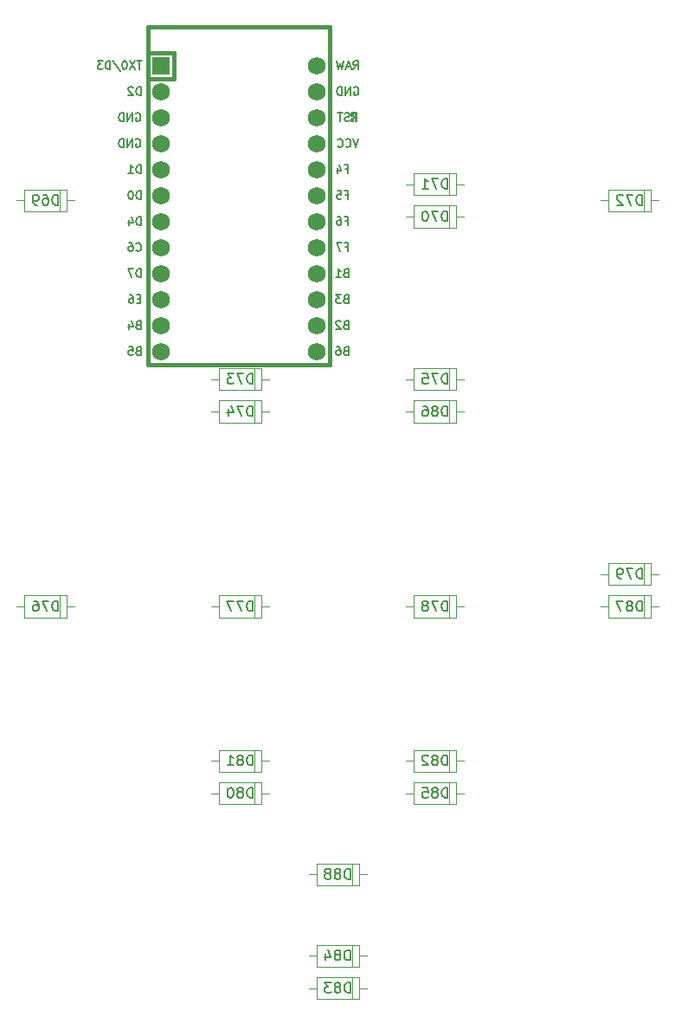
<source format=gbr>
G04 #@! TF.GenerationSoftware,KiCad,Pcbnew,(5.99.0-8711-gbabda304d9)*
G04 #@! TF.CreationDate,2021-01-31T05:22:19-06:00*
G04 #@! TF.ProjectId,65NumpadHATCHED,36354e75-6d70-4616-9448-415443484544,rev?*
G04 #@! TF.SameCoordinates,Original*
G04 #@! TF.FileFunction,Legend,Bot*
G04 #@! TF.FilePolarity,Positive*
%FSLAX46Y46*%
G04 Gerber Fmt 4.6, Leading zero omitted, Abs format (unit mm)*
G04 Created by KiCad (PCBNEW (5.99.0-8711-gbabda304d9)) date 2021-01-31 05:22:19*
%MOMM*%
%LPD*%
G01*
G04 APERTURE LIST*
%ADD10C,0.150000*%
%ADD11C,0.381000*%
%ADD12C,0.120000*%
%ADD13R,1.752600X1.752600*%
%ADD14C,1.752600*%
G04 APERTURE END LIST*
D10*
X348145059Y-77254107D02*
X348030773Y-77292202D01*
X347992678Y-77330297D01*
X347954583Y-77406488D01*
X347954583Y-77520773D01*
X347992678Y-77596964D01*
X348030773Y-77635059D01*
X348106964Y-77673154D01*
X348411726Y-77673154D01*
X348411726Y-76873154D01*
X348145059Y-76873154D01*
X348068869Y-76911250D01*
X348030773Y-76949345D01*
X347992678Y-77025535D01*
X347992678Y-77101726D01*
X348030773Y-77177916D01*
X348068869Y-77216011D01*
X348145059Y-77254107D01*
X348411726Y-77254107D01*
X347268869Y-77139821D02*
X347268869Y-77673154D01*
X347459345Y-76835059D02*
X347649821Y-77406488D01*
X347154583Y-77406488D01*
X347922773Y-59131250D02*
X347998964Y-59093154D01*
X348113250Y-59093154D01*
X348227535Y-59131250D01*
X348303726Y-59207440D01*
X348341821Y-59283630D01*
X348379916Y-59436011D01*
X348379916Y-59550297D01*
X348341821Y-59702678D01*
X348303726Y-59778869D01*
X348227535Y-59855059D01*
X348113250Y-59893154D01*
X348037059Y-59893154D01*
X347922773Y-59855059D01*
X347884678Y-59816964D01*
X347884678Y-59550297D01*
X348037059Y-59550297D01*
X347541821Y-59893154D02*
X347541821Y-59093154D01*
X347084678Y-59893154D01*
X347084678Y-59093154D01*
X346703726Y-59893154D02*
X346703726Y-59093154D01*
X346513250Y-59093154D01*
X346398964Y-59131250D01*
X346322773Y-59207440D01*
X346284678Y-59283630D01*
X346246583Y-59436011D01*
X346246583Y-59550297D01*
X346284678Y-59702678D01*
X346322773Y-59778869D01*
X346398964Y-59855059D01*
X346513250Y-59893154D01*
X346703726Y-59893154D01*
X348411726Y-67513154D02*
X348411726Y-66713154D01*
X348221250Y-66713154D01*
X348106964Y-66751250D01*
X348030773Y-66827440D01*
X347992678Y-66903630D01*
X347954583Y-67056011D01*
X347954583Y-67170297D01*
X347992678Y-67322678D01*
X348030773Y-67398869D01*
X348106964Y-67475059D01*
X348221250Y-67513154D01*
X348411726Y-67513154D01*
X347268869Y-66979821D02*
X347268869Y-67513154D01*
X347459345Y-66675059D02*
X347649821Y-67246488D01*
X347154583Y-67246488D01*
X348411726Y-64973154D02*
X348411726Y-64173154D01*
X348221250Y-64173154D01*
X348106964Y-64211250D01*
X348030773Y-64287440D01*
X347992678Y-64363630D01*
X347954583Y-64516011D01*
X347954583Y-64630297D01*
X347992678Y-64782678D01*
X348030773Y-64858869D01*
X348106964Y-64935059D01*
X348221250Y-64973154D01*
X348411726Y-64973154D01*
X347459345Y-64173154D02*
X347383154Y-64173154D01*
X347306964Y-64211250D01*
X347268869Y-64249345D01*
X347230773Y-64325535D01*
X347192678Y-64477916D01*
X347192678Y-64668392D01*
X347230773Y-64820773D01*
X347268869Y-64896964D01*
X347306964Y-64935059D01*
X347383154Y-64973154D01*
X347459345Y-64973154D01*
X347535535Y-64935059D01*
X347573630Y-64896964D01*
X347611726Y-64820773D01*
X347649821Y-64668392D01*
X347649821Y-64477916D01*
X347611726Y-64325535D01*
X347573630Y-64249345D01*
X347535535Y-64211250D01*
X347459345Y-64173154D01*
X368407916Y-62014107D02*
X368674583Y-62014107D01*
X368674583Y-62433154D02*
X368674583Y-61633154D01*
X368293630Y-61633154D01*
X367646011Y-61899821D02*
X367646011Y-62433154D01*
X367836488Y-61595059D02*
X368026964Y-62166488D01*
X367531726Y-62166488D01*
X369715916Y-59093154D02*
X369449250Y-59893154D01*
X369182583Y-59093154D01*
X368458773Y-59816964D02*
X368496869Y-59855059D01*
X368611154Y-59893154D01*
X368687345Y-59893154D01*
X368801630Y-59855059D01*
X368877821Y-59778869D01*
X368915916Y-59702678D01*
X368954011Y-59550297D01*
X368954011Y-59436011D01*
X368915916Y-59283630D01*
X368877821Y-59207440D01*
X368801630Y-59131250D01*
X368687345Y-59093154D01*
X368611154Y-59093154D01*
X368496869Y-59131250D01*
X368458773Y-59169345D01*
X367658773Y-59816964D02*
X367696869Y-59855059D01*
X367811154Y-59893154D01*
X367887345Y-59893154D01*
X368001630Y-59855059D01*
X368077821Y-59778869D01*
X368115916Y-59702678D01*
X368154011Y-59550297D01*
X368154011Y-59436011D01*
X368115916Y-59283630D01*
X368077821Y-59207440D01*
X368001630Y-59131250D01*
X367887345Y-59093154D01*
X367811154Y-59093154D01*
X367696869Y-59131250D01*
X367658773Y-59169345D01*
X348411726Y-72593154D02*
X348411726Y-71793154D01*
X348221250Y-71793154D01*
X348106964Y-71831250D01*
X348030773Y-71907440D01*
X347992678Y-71983630D01*
X347954583Y-72136011D01*
X347954583Y-72250297D01*
X347992678Y-72402678D01*
X348030773Y-72478869D01*
X348106964Y-72555059D01*
X348221250Y-72593154D01*
X348411726Y-72593154D01*
X347687916Y-71793154D02*
X347154583Y-71793154D01*
X347497440Y-72593154D01*
X368465059Y-79794107D02*
X368350773Y-79832202D01*
X368312678Y-79870297D01*
X368274583Y-79946488D01*
X368274583Y-80060773D01*
X368312678Y-80136964D01*
X368350773Y-80175059D01*
X368426964Y-80213154D01*
X368731726Y-80213154D01*
X368731726Y-79413154D01*
X368465059Y-79413154D01*
X368388869Y-79451250D01*
X368350773Y-79489345D01*
X368312678Y-79565535D01*
X368312678Y-79641726D01*
X368350773Y-79717916D01*
X368388869Y-79756011D01*
X368465059Y-79794107D01*
X368731726Y-79794107D01*
X367588869Y-79413154D02*
X367741250Y-79413154D01*
X367817440Y-79451250D01*
X367855535Y-79489345D01*
X367931726Y-79603630D01*
X367969821Y-79756011D01*
X367969821Y-80060773D01*
X367931726Y-80136964D01*
X367893630Y-80175059D01*
X367817440Y-80213154D01*
X367665059Y-80213154D01*
X367588869Y-80175059D01*
X367550773Y-80136964D01*
X367512678Y-80060773D01*
X367512678Y-79870297D01*
X367550773Y-79794107D01*
X367588869Y-79756011D01*
X367665059Y-79717916D01*
X367817440Y-79717916D01*
X367893630Y-79756011D01*
X367931726Y-79794107D01*
X367969821Y-79870297D01*
X348411726Y-64973154D02*
X348411726Y-64173154D01*
X348221250Y-64173154D01*
X348106964Y-64211250D01*
X348030773Y-64287440D01*
X347992678Y-64363630D01*
X347954583Y-64516011D01*
X347954583Y-64630297D01*
X347992678Y-64782678D01*
X348030773Y-64858869D01*
X348106964Y-64935059D01*
X348221250Y-64973154D01*
X348411726Y-64973154D01*
X347459345Y-64173154D02*
X347383154Y-64173154D01*
X347306964Y-64211250D01*
X347268869Y-64249345D01*
X347230773Y-64325535D01*
X347192678Y-64477916D01*
X347192678Y-64668392D01*
X347230773Y-64820773D01*
X347268869Y-64896964D01*
X347306964Y-64935059D01*
X347383154Y-64973154D01*
X347459345Y-64973154D01*
X347535535Y-64935059D01*
X347573630Y-64896964D01*
X347611726Y-64820773D01*
X347649821Y-64668392D01*
X347649821Y-64477916D01*
X347611726Y-64325535D01*
X347573630Y-64249345D01*
X347535535Y-64211250D01*
X347459345Y-64173154D01*
X368407916Y-62014107D02*
X368674583Y-62014107D01*
X368674583Y-62433154D02*
X368674583Y-61633154D01*
X368293630Y-61633154D01*
X367646011Y-61899821D02*
X367646011Y-62433154D01*
X367836488Y-61595059D02*
X368026964Y-62166488D01*
X367531726Y-62166488D01*
X368465059Y-72174107D02*
X368350773Y-72212202D01*
X368312678Y-72250297D01*
X368274583Y-72326488D01*
X368274583Y-72440773D01*
X368312678Y-72516964D01*
X368350773Y-72555059D01*
X368426964Y-72593154D01*
X368731726Y-72593154D01*
X368731726Y-71793154D01*
X368465059Y-71793154D01*
X368388869Y-71831250D01*
X368350773Y-71869345D01*
X368312678Y-71945535D01*
X368312678Y-72021726D01*
X368350773Y-72097916D01*
X368388869Y-72136011D01*
X368465059Y-72174107D01*
X368731726Y-72174107D01*
X367512678Y-72593154D02*
X367969821Y-72593154D01*
X367741250Y-72593154D02*
X367741250Y-71793154D01*
X367817440Y-71907440D01*
X367893630Y-71983630D01*
X367969821Y-72021726D01*
X369715916Y-59093154D02*
X369449250Y-59893154D01*
X369182583Y-59093154D01*
X368458773Y-59816964D02*
X368496869Y-59855059D01*
X368611154Y-59893154D01*
X368687345Y-59893154D01*
X368801630Y-59855059D01*
X368877821Y-59778869D01*
X368915916Y-59702678D01*
X368954011Y-59550297D01*
X368954011Y-59436011D01*
X368915916Y-59283630D01*
X368877821Y-59207440D01*
X368801630Y-59131250D01*
X368687345Y-59093154D01*
X368611154Y-59093154D01*
X368496869Y-59131250D01*
X368458773Y-59169345D01*
X367658773Y-59816964D02*
X367696869Y-59855059D01*
X367811154Y-59893154D01*
X367887345Y-59893154D01*
X368001630Y-59855059D01*
X368077821Y-59778869D01*
X368115916Y-59702678D01*
X368154011Y-59550297D01*
X368154011Y-59436011D01*
X368115916Y-59283630D01*
X368077821Y-59207440D01*
X368001630Y-59131250D01*
X367887345Y-59093154D01*
X367811154Y-59093154D01*
X367696869Y-59131250D01*
X367658773Y-59169345D01*
X348145059Y-79794107D02*
X348030773Y-79832202D01*
X347992678Y-79870297D01*
X347954583Y-79946488D01*
X347954583Y-80060773D01*
X347992678Y-80136964D01*
X348030773Y-80175059D01*
X348106964Y-80213154D01*
X348411726Y-80213154D01*
X348411726Y-79413154D01*
X348145059Y-79413154D01*
X348068869Y-79451250D01*
X348030773Y-79489345D01*
X347992678Y-79565535D01*
X347992678Y-79641726D01*
X348030773Y-79717916D01*
X348068869Y-79756011D01*
X348145059Y-79794107D01*
X348411726Y-79794107D01*
X347230773Y-79413154D02*
X347611726Y-79413154D01*
X347649821Y-79794107D01*
X347611726Y-79756011D01*
X347535535Y-79717916D01*
X347345059Y-79717916D01*
X347268869Y-79756011D01*
X347230773Y-79794107D01*
X347192678Y-79870297D01*
X347192678Y-80060773D01*
X347230773Y-80136964D01*
X347268869Y-80175059D01*
X347345059Y-80213154D01*
X347535535Y-80213154D01*
X347611726Y-80175059D01*
X347649821Y-80136964D01*
X348411726Y-54813154D02*
X348411726Y-54013154D01*
X348221250Y-54013154D01*
X348106964Y-54051250D01*
X348030773Y-54127440D01*
X347992678Y-54203630D01*
X347954583Y-54356011D01*
X347954583Y-54470297D01*
X347992678Y-54622678D01*
X348030773Y-54698869D01*
X348106964Y-54775059D01*
X348221250Y-54813154D01*
X348411726Y-54813154D01*
X347649821Y-54089345D02*
X347611726Y-54051250D01*
X347535535Y-54013154D01*
X347345059Y-54013154D01*
X347268869Y-54051250D01*
X347230773Y-54089345D01*
X347192678Y-54165535D01*
X347192678Y-54241726D01*
X347230773Y-54356011D01*
X347687916Y-54813154D01*
X347192678Y-54813154D01*
X369201630Y-52273154D02*
X369468297Y-51892202D01*
X369658773Y-52273154D02*
X369658773Y-51473154D01*
X369354011Y-51473154D01*
X369277821Y-51511250D01*
X369239726Y-51549345D01*
X369201630Y-51625535D01*
X369201630Y-51739821D01*
X369239726Y-51816011D01*
X369277821Y-51854107D01*
X369354011Y-51892202D01*
X369658773Y-51892202D01*
X368896869Y-52044583D02*
X368515916Y-52044583D01*
X368973059Y-52273154D02*
X368706392Y-51473154D01*
X368439726Y-52273154D01*
X368249250Y-51473154D02*
X368058773Y-52273154D01*
X367906392Y-51701726D01*
X367754011Y-52273154D01*
X367563535Y-51473154D01*
X348411726Y-72593154D02*
X348411726Y-71793154D01*
X348221250Y-71793154D01*
X348106964Y-71831250D01*
X348030773Y-71907440D01*
X347992678Y-71983630D01*
X347954583Y-72136011D01*
X347954583Y-72250297D01*
X347992678Y-72402678D01*
X348030773Y-72478869D01*
X348106964Y-72555059D01*
X348221250Y-72593154D01*
X348411726Y-72593154D01*
X347687916Y-71793154D02*
X347154583Y-71793154D01*
X347497440Y-72593154D01*
X368465059Y-79794107D02*
X368350773Y-79832202D01*
X368312678Y-79870297D01*
X368274583Y-79946488D01*
X368274583Y-80060773D01*
X368312678Y-80136964D01*
X368350773Y-80175059D01*
X368426964Y-80213154D01*
X368731726Y-80213154D01*
X368731726Y-79413154D01*
X368465059Y-79413154D01*
X368388869Y-79451250D01*
X368350773Y-79489345D01*
X368312678Y-79565535D01*
X368312678Y-79641726D01*
X368350773Y-79717916D01*
X368388869Y-79756011D01*
X368465059Y-79794107D01*
X368731726Y-79794107D01*
X367588869Y-79413154D02*
X367741250Y-79413154D01*
X367817440Y-79451250D01*
X367855535Y-79489345D01*
X367931726Y-79603630D01*
X367969821Y-79756011D01*
X367969821Y-80060773D01*
X367931726Y-80136964D01*
X367893630Y-80175059D01*
X367817440Y-80213154D01*
X367665059Y-80213154D01*
X367588869Y-80175059D01*
X367550773Y-80136964D01*
X367512678Y-80060773D01*
X367512678Y-79870297D01*
X367550773Y-79794107D01*
X367588869Y-79756011D01*
X367665059Y-79717916D01*
X367817440Y-79717916D01*
X367893630Y-79756011D01*
X367931726Y-79794107D01*
X367969821Y-79870297D01*
X348373630Y-74714107D02*
X348106964Y-74714107D01*
X347992678Y-75133154D02*
X348373630Y-75133154D01*
X348373630Y-74333154D01*
X347992678Y-74333154D01*
X347306964Y-74333154D02*
X347459345Y-74333154D01*
X347535535Y-74371250D01*
X347573630Y-74409345D01*
X347649821Y-74523630D01*
X347687916Y-74676011D01*
X347687916Y-74980773D01*
X347649821Y-75056964D01*
X347611726Y-75095059D01*
X347535535Y-75133154D01*
X347383154Y-75133154D01*
X347306964Y-75095059D01*
X347268869Y-75056964D01*
X347230773Y-74980773D01*
X347230773Y-74790297D01*
X347268869Y-74714107D01*
X347306964Y-74676011D01*
X347383154Y-74637916D01*
X347535535Y-74637916D01*
X347611726Y-74676011D01*
X347649821Y-74714107D01*
X347687916Y-74790297D01*
X368465059Y-74714107D02*
X368350773Y-74752202D01*
X368312678Y-74790297D01*
X368274583Y-74866488D01*
X368274583Y-74980773D01*
X368312678Y-75056964D01*
X368350773Y-75095059D01*
X368426964Y-75133154D01*
X368731726Y-75133154D01*
X368731726Y-74333154D01*
X368465059Y-74333154D01*
X368388869Y-74371250D01*
X368350773Y-74409345D01*
X368312678Y-74485535D01*
X368312678Y-74561726D01*
X368350773Y-74637916D01*
X368388869Y-74676011D01*
X368465059Y-74714107D01*
X368731726Y-74714107D01*
X368007916Y-74333154D02*
X367512678Y-74333154D01*
X367779345Y-74637916D01*
X367665059Y-74637916D01*
X367588869Y-74676011D01*
X367550773Y-74714107D01*
X367512678Y-74790297D01*
X367512678Y-74980773D01*
X367550773Y-75056964D01*
X367588869Y-75095059D01*
X367665059Y-75133154D01*
X367893630Y-75133154D01*
X367969821Y-75095059D01*
X368007916Y-75056964D01*
X348487726Y-51473154D02*
X348030583Y-51473154D01*
X348259154Y-52273154D02*
X348259154Y-51473154D01*
X347840107Y-51473154D02*
X347306773Y-52273154D01*
X347306773Y-51473154D02*
X347840107Y-52273154D01*
X346849630Y-51473154D02*
X346773440Y-51473154D01*
X346697250Y-51511250D01*
X346659154Y-51549345D01*
X346621059Y-51625535D01*
X346582964Y-51777916D01*
X346582964Y-51968392D01*
X346621059Y-52120773D01*
X346659154Y-52196964D01*
X346697250Y-52235059D01*
X346773440Y-52273154D01*
X346849630Y-52273154D01*
X346925821Y-52235059D01*
X346963916Y-52196964D01*
X347002011Y-52120773D01*
X347040107Y-51968392D01*
X347040107Y-51777916D01*
X347002011Y-51625535D01*
X346963916Y-51549345D01*
X346925821Y-51511250D01*
X346849630Y-51473154D01*
X345668678Y-51435059D02*
X346354392Y-52463630D01*
X345402011Y-52273154D02*
X345402011Y-51473154D01*
X345211535Y-51473154D01*
X345097250Y-51511250D01*
X345021059Y-51587440D01*
X344982964Y-51663630D01*
X344944869Y-51816011D01*
X344944869Y-51930297D01*
X344982964Y-52082678D01*
X345021059Y-52158869D01*
X345097250Y-52235059D01*
X345211535Y-52273154D01*
X345402011Y-52273154D01*
X344678202Y-51473154D02*
X344182964Y-51473154D01*
X344449630Y-51777916D01*
X344335345Y-51777916D01*
X344259154Y-51816011D01*
X344221059Y-51854107D01*
X344182964Y-51930297D01*
X344182964Y-52120773D01*
X344221059Y-52196964D01*
X344259154Y-52235059D01*
X344335345Y-52273154D01*
X344563916Y-52273154D01*
X344640107Y-52235059D01*
X344678202Y-52196964D01*
X348411726Y-54813154D02*
X348411726Y-54013154D01*
X348221250Y-54013154D01*
X348106964Y-54051250D01*
X348030773Y-54127440D01*
X347992678Y-54203630D01*
X347954583Y-54356011D01*
X347954583Y-54470297D01*
X347992678Y-54622678D01*
X348030773Y-54698869D01*
X348106964Y-54775059D01*
X348221250Y-54813154D01*
X348411726Y-54813154D01*
X347649821Y-54089345D02*
X347611726Y-54051250D01*
X347535535Y-54013154D01*
X347345059Y-54013154D01*
X347268869Y-54051250D01*
X347230773Y-54089345D01*
X347192678Y-54165535D01*
X347192678Y-54241726D01*
X347230773Y-54356011D01*
X347687916Y-54813154D01*
X347192678Y-54813154D01*
X347954583Y-69976964D02*
X347992678Y-70015059D01*
X348106964Y-70053154D01*
X348183154Y-70053154D01*
X348297440Y-70015059D01*
X348373630Y-69938869D01*
X348411726Y-69862678D01*
X348449821Y-69710297D01*
X348449821Y-69596011D01*
X348411726Y-69443630D01*
X348373630Y-69367440D01*
X348297440Y-69291250D01*
X348183154Y-69253154D01*
X348106964Y-69253154D01*
X347992678Y-69291250D01*
X347954583Y-69329345D01*
X347268869Y-69253154D02*
X347421250Y-69253154D01*
X347497440Y-69291250D01*
X347535535Y-69329345D01*
X347611726Y-69443630D01*
X347649821Y-69596011D01*
X347649821Y-69900773D01*
X347611726Y-69976964D01*
X347573630Y-70015059D01*
X347497440Y-70053154D01*
X347345059Y-70053154D01*
X347268869Y-70015059D01*
X347230773Y-69976964D01*
X347192678Y-69900773D01*
X347192678Y-69710297D01*
X347230773Y-69634107D01*
X347268869Y-69596011D01*
X347345059Y-69557916D01*
X347497440Y-69557916D01*
X347573630Y-69596011D01*
X347611726Y-69634107D01*
X347649821Y-69710297D01*
X368465059Y-77254107D02*
X368350773Y-77292202D01*
X368312678Y-77330297D01*
X368274583Y-77406488D01*
X368274583Y-77520773D01*
X368312678Y-77596964D01*
X368350773Y-77635059D01*
X368426964Y-77673154D01*
X368731726Y-77673154D01*
X368731726Y-76873154D01*
X368465059Y-76873154D01*
X368388869Y-76911250D01*
X368350773Y-76949345D01*
X368312678Y-77025535D01*
X368312678Y-77101726D01*
X368350773Y-77177916D01*
X368388869Y-77216011D01*
X368465059Y-77254107D01*
X368731726Y-77254107D01*
X367969821Y-76949345D02*
X367931726Y-76911250D01*
X367855535Y-76873154D01*
X367665059Y-76873154D01*
X367588869Y-76911250D01*
X367550773Y-76949345D01*
X367512678Y-77025535D01*
X367512678Y-77101726D01*
X367550773Y-77216011D01*
X368007916Y-77673154D01*
X367512678Y-77673154D01*
X347922773Y-56591250D02*
X347998964Y-56553154D01*
X348113250Y-56553154D01*
X348227535Y-56591250D01*
X348303726Y-56667440D01*
X348341821Y-56743630D01*
X348379916Y-56896011D01*
X348379916Y-57010297D01*
X348341821Y-57162678D01*
X348303726Y-57238869D01*
X348227535Y-57315059D01*
X348113250Y-57353154D01*
X348037059Y-57353154D01*
X347922773Y-57315059D01*
X347884678Y-57276964D01*
X347884678Y-57010297D01*
X348037059Y-57010297D01*
X347541821Y-57353154D02*
X347541821Y-56553154D01*
X347084678Y-57353154D01*
X347084678Y-56553154D01*
X346703726Y-57353154D02*
X346703726Y-56553154D01*
X346513250Y-56553154D01*
X346398964Y-56591250D01*
X346322773Y-56667440D01*
X346284678Y-56743630D01*
X346246583Y-56896011D01*
X346246583Y-57010297D01*
X346284678Y-57162678D01*
X346322773Y-57238869D01*
X346398964Y-57315059D01*
X346513250Y-57353154D01*
X346703726Y-57353154D01*
X348145059Y-77254107D02*
X348030773Y-77292202D01*
X347992678Y-77330297D01*
X347954583Y-77406488D01*
X347954583Y-77520773D01*
X347992678Y-77596964D01*
X348030773Y-77635059D01*
X348106964Y-77673154D01*
X348411726Y-77673154D01*
X348411726Y-76873154D01*
X348145059Y-76873154D01*
X348068869Y-76911250D01*
X348030773Y-76949345D01*
X347992678Y-77025535D01*
X347992678Y-77101726D01*
X348030773Y-77177916D01*
X348068869Y-77216011D01*
X348145059Y-77254107D01*
X348411726Y-77254107D01*
X347268869Y-77139821D02*
X347268869Y-77673154D01*
X347459345Y-76835059D02*
X347649821Y-77406488D01*
X347154583Y-77406488D01*
X369201630Y-52273154D02*
X369468297Y-51892202D01*
X369658773Y-52273154D02*
X369658773Y-51473154D01*
X369354011Y-51473154D01*
X369277821Y-51511250D01*
X369239726Y-51549345D01*
X369201630Y-51625535D01*
X369201630Y-51739821D01*
X369239726Y-51816011D01*
X369277821Y-51854107D01*
X369354011Y-51892202D01*
X369658773Y-51892202D01*
X368896869Y-52044583D02*
X368515916Y-52044583D01*
X368973059Y-52273154D02*
X368706392Y-51473154D01*
X368439726Y-52273154D01*
X368249250Y-51473154D02*
X368058773Y-52273154D01*
X367906392Y-51701726D01*
X367754011Y-52273154D01*
X367563535Y-51473154D01*
X348411726Y-62433154D02*
X348411726Y-61633154D01*
X348221250Y-61633154D01*
X348106964Y-61671250D01*
X348030773Y-61747440D01*
X347992678Y-61823630D01*
X347954583Y-61976011D01*
X347954583Y-62090297D01*
X347992678Y-62242678D01*
X348030773Y-62318869D01*
X348106964Y-62395059D01*
X348221250Y-62433154D01*
X348411726Y-62433154D01*
X347192678Y-62433154D02*
X347649821Y-62433154D01*
X347421250Y-62433154D02*
X347421250Y-61633154D01*
X347497440Y-61747440D01*
X347573630Y-61823630D01*
X347649821Y-61861726D01*
X369258773Y-54051250D02*
X369334964Y-54013154D01*
X369449250Y-54013154D01*
X369563535Y-54051250D01*
X369639726Y-54127440D01*
X369677821Y-54203630D01*
X369715916Y-54356011D01*
X369715916Y-54470297D01*
X369677821Y-54622678D01*
X369639726Y-54698869D01*
X369563535Y-54775059D01*
X369449250Y-54813154D01*
X369373059Y-54813154D01*
X369258773Y-54775059D01*
X369220678Y-54736964D01*
X369220678Y-54470297D01*
X369373059Y-54470297D01*
X368877821Y-54813154D02*
X368877821Y-54013154D01*
X368420678Y-54813154D01*
X368420678Y-54013154D01*
X368039726Y-54813154D02*
X368039726Y-54013154D01*
X367849250Y-54013154D01*
X367734964Y-54051250D01*
X367658773Y-54127440D01*
X367620678Y-54203630D01*
X367582583Y-54356011D01*
X367582583Y-54470297D01*
X367620678Y-54622678D01*
X367658773Y-54698869D01*
X367734964Y-54775059D01*
X367849250Y-54813154D01*
X368039726Y-54813154D01*
X348411726Y-67513154D02*
X348411726Y-66713154D01*
X348221250Y-66713154D01*
X348106964Y-66751250D01*
X348030773Y-66827440D01*
X347992678Y-66903630D01*
X347954583Y-67056011D01*
X347954583Y-67170297D01*
X347992678Y-67322678D01*
X348030773Y-67398869D01*
X348106964Y-67475059D01*
X348221250Y-67513154D01*
X348411726Y-67513154D01*
X347268869Y-66979821D02*
X347268869Y-67513154D01*
X347459345Y-66675059D02*
X347649821Y-67246488D01*
X347154583Y-67246488D01*
X368407916Y-64554107D02*
X368674583Y-64554107D01*
X368674583Y-64973154D02*
X368674583Y-64173154D01*
X368293630Y-64173154D01*
X367607916Y-64173154D02*
X367988869Y-64173154D01*
X368026964Y-64554107D01*
X367988869Y-64516011D01*
X367912678Y-64477916D01*
X367722202Y-64477916D01*
X367646011Y-64516011D01*
X367607916Y-64554107D01*
X367569821Y-64630297D01*
X367569821Y-64820773D01*
X367607916Y-64896964D01*
X367646011Y-64935059D01*
X367722202Y-64973154D01*
X367912678Y-64973154D01*
X367988869Y-64935059D01*
X368026964Y-64896964D01*
X348145059Y-79794107D02*
X348030773Y-79832202D01*
X347992678Y-79870297D01*
X347954583Y-79946488D01*
X347954583Y-80060773D01*
X347992678Y-80136964D01*
X348030773Y-80175059D01*
X348106964Y-80213154D01*
X348411726Y-80213154D01*
X348411726Y-79413154D01*
X348145059Y-79413154D01*
X348068869Y-79451250D01*
X348030773Y-79489345D01*
X347992678Y-79565535D01*
X347992678Y-79641726D01*
X348030773Y-79717916D01*
X348068869Y-79756011D01*
X348145059Y-79794107D01*
X348411726Y-79794107D01*
X347230773Y-79413154D02*
X347611726Y-79413154D01*
X347649821Y-79794107D01*
X347611726Y-79756011D01*
X347535535Y-79717916D01*
X347345059Y-79717916D01*
X347268869Y-79756011D01*
X347230773Y-79794107D01*
X347192678Y-79870297D01*
X347192678Y-80060773D01*
X347230773Y-80136964D01*
X347268869Y-80175059D01*
X347345059Y-80213154D01*
X347535535Y-80213154D01*
X347611726Y-80175059D01*
X347649821Y-80136964D01*
X368801583Y-57315059D02*
X368687297Y-57353154D01*
X368496821Y-57353154D01*
X368420630Y-57315059D01*
X368382535Y-57276964D01*
X368344440Y-57200773D01*
X368344440Y-57124583D01*
X368382535Y-57048392D01*
X368420630Y-57010297D01*
X368496821Y-56972202D01*
X368649202Y-56934107D01*
X368725392Y-56896011D01*
X368763488Y-56857916D01*
X368801583Y-56781726D01*
X368801583Y-56705535D01*
X368763488Y-56629345D01*
X368725392Y-56591250D01*
X368649202Y-56553154D01*
X368458726Y-56553154D01*
X368344440Y-56591250D01*
X368115869Y-56553154D02*
X367658726Y-56553154D01*
X367887297Y-57353154D02*
X367887297Y-56553154D01*
X368465059Y-72174107D02*
X368350773Y-72212202D01*
X368312678Y-72250297D01*
X368274583Y-72326488D01*
X368274583Y-72440773D01*
X368312678Y-72516964D01*
X368350773Y-72555059D01*
X368426964Y-72593154D01*
X368731726Y-72593154D01*
X368731726Y-71793154D01*
X368465059Y-71793154D01*
X368388869Y-71831250D01*
X368350773Y-71869345D01*
X368312678Y-71945535D01*
X368312678Y-72021726D01*
X368350773Y-72097916D01*
X368388869Y-72136011D01*
X368465059Y-72174107D01*
X368731726Y-72174107D01*
X367512678Y-72593154D02*
X367969821Y-72593154D01*
X367741250Y-72593154D02*
X367741250Y-71793154D01*
X367817440Y-71907440D01*
X367893630Y-71983630D01*
X367969821Y-72021726D01*
X348487726Y-51473154D02*
X348030583Y-51473154D01*
X348259154Y-52273154D02*
X348259154Y-51473154D01*
X347840107Y-51473154D02*
X347306773Y-52273154D01*
X347306773Y-51473154D02*
X347840107Y-52273154D01*
X346849630Y-51473154D02*
X346773440Y-51473154D01*
X346697250Y-51511250D01*
X346659154Y-51549345D01*
X346621059Y-51625535D01*
X346582964Y-51777916D01*
X346582964Y-51968392D01*
X346621059Y-52120773D01*
X346659154Y-52196964D01*
X346697250Y-52235059D01*
X346773440Y-52273154D01*
X346849630Y-52273154D01*
X346925821Y-52235059D01*
X346963916Y-52196964D01*
X347002011Y-52120773D01*
X347040107Y-51968392D01*
X347040107Y-51777916D01*
X347002011Y-51625535D01*
X346963916Y-51549345D01*
X346925821Y-51511250D01*
X346849630Y-51473154D01*
X345668678Y-51435059D02*
X346354392Y-52463630D01*
X345402011Y-52273154D02*
X345402011Y-51473154D01*
X345211535Y-51473154D01*
X345097250Y-51511250D01*
X345021059Y-51587440D01*
X344982964Y-51663630D01*
X344944869Y-51816011D01*
X344944869Y-51930297D01*
X344982964Y-52082678D01*
X345021059Y-52158869D01*
X345097250Y-52235059D01*
X345211535Y-52273154D01*
X345402011Y-52273154D01*
X344678202Y-51473154D02*
X344182964Y-51473154D01*
X344449630Y-51777916D01*
X344335345Y-51777916D01*
X344259154Y-51816011D01*
X344221059Y-51854107D01*
X344182964Y-51930297D01*
X344182964Y-52120773D01*
X344221059Y-52196964D01*
X344259154Y-52235059D01*
X344335345Y-52273154D01*
X344563916Y-52273154D01*
X344640107Y-52235059D01*
X344678202Y-52196964D01*
X348411726Y-62433154D02*
X348411726Y-61633154D01*
X348221250Y-61633154D01*
X348106964Y-61671250D01*
X348030773Y-61747440D01*
X347992678Y-61823630D01*
X347954583Y-61976011D01*
X347954583Y-62090297D01*
X347992678Y-62242678D01*
X348030773Y-62318869D01*
X348106964Y-62395059D01*
X348221250Y-62433154D01*
X348411726Y-62433154D01*
X347192678Y-62433154D02*
X347649821Y-62433154D01*
X347421250Y-62433154D02*
X347421250Y-61633154D01*
X347497440Y-61747440D01*
X347573630Y-61823630D01*
X347649821Y-61861726D01*
X368407916Y-69634107D02*
X368674583Y-69634107D01*
X368674583Y-70053154D02*
X368674583Y-69253154D01*
X368293630Y-69253154D01*
X368065059Y-69253154D02*
X367531726Y-69253154D01*
X367874583Y-70053154D01*
X368465059Y-74714107D02*
X368350773Y-74752202D01*
X368312678Y-74790297D01*
X368274583Y-74866488D01*
X368274583Y-74980773D01*
X368312678Y-75056964D01*
X368350773Y-75095059D01*
X368426964Y-75133154D01*
X368731726Y-75133154D01*
X368731726Y-74333154D01*
X368465059Y-74333154D01*
X368388869Y-74371250D01*
X368350773Y-74409345D01*
X368312678Y-74485535D01*
X368312678Y-74561726D01*
X368350773Y-74637916D01*
X368388869Y-74676011D01*
X368465059Y-74714107D01*
X368731726Y-74714107D01*
X368007916Y-74333154D02*
X367512678Y-74333154D01*
X367779345Y-74637916D01*
X367665059Y-74637916D01*
X367588869Y-74676011D01*
X367550773Y-74714107D01*
X367512678Y-74790297D01*
X367512678Y-74980773D01*
X367550773Y-75056964D01*
X367588869Y-75095059D01*
X367665059Y-75133154D01*
X367893630Y-75133154D01*
X367969821Y-75095059D01*
X368007916Y-75056964D01*
X347954583Y-69976964D02*
X347992678Y-70015059D01*
X348106964Y-70053154D01*
X348183154Y-70053154D01*
X348297440Y-70015059D01*
X348373630Y-69938869D01*
X348411726Y-69862678D01*
X348449821Y-69710297D01*
X348449821Y-69596011D01*
X348411726Y-69443630D01*
X348373630Y-69367440D01*
X348297440Y-69291250D01*
X348183154Y-69253154D01*
X348106964Y-69253154D01*
X347992678Y-69291250D01*
X347954583Y-69329345D01*
X347268869Y-69253154D02*
X347421250Y-69253154D01*
X347497440Y-69291250D01*
X347535535Y-69329345D01*
X347611726Y-69443630D01*
X347649821Y-69596011D01*
X347649821Y-69900773D01*
X347611726Y-69976964D01*
X347573630Y-70015059D01*
X347497440Y-70053154D01*
X347345059Y-70053154D01*
X347268869Y-70015059D01*
X347230773Y-69976964D01*
X347192678Y-69900773D01*
X347192678Y-69710297D01*
X347230773Y-69634107D01*
X347268869Y-69596011D01*
X347345059Y-69557916D01*
X347497440Y-69557916D01*
X347573630Y-69596011D01*
X347611726Y-69634107D01*
X347649821Y-69710297D01*
X348373630Y-74714107D02*
X348106964Y-74714107D01*
X347992678Y-75133154D02*
X348373630Y-75133154D01*
X348373630Y-74333154D01*
X347992678Y-74333154D01*
X347306964Y-74333154D02*
X347459345Y-74333154D01*
X347535535Y-74371250D01*
X347573630Y-74409345D01*
X347649821Y-74523630D01*
X347687916Y-74676011D01*
X347687916Y-74980773D01*
X347649821Y-75056964D01*
X347611726Y-75095059D01*
X347535535Y-75133154D01*
X347383154Y-75133154D01*
X347306964Y-75095059D01*
X347268869Y-75056964D01*
X347230773Y-74980773D01*
X347230773Y-74790297D01*
X347268869Y-74714107D01*
X347306964Y-74676011D01*
X347383154Y-74637916D01*
X347535535Y-74637916D01*
X347611726Y-74676011D01*
X347649821Y-74714107D01*
X347687916Y-74790297D01*
X347922773Y-59131250D02*
X347998964Y-59093154D01*
X348113250Y-59093154D01*
X348227535Y-59131250D01*
X348303726Y-59207440D01*
X348341821Y-59283630D01*
X348379916Y-59436011D01*
X348379916Y-59550297D01*
X348341821Y-59702678D01*
X348303726Y-59778869D01*
X348227535Y-59855059D01*
X348113250Y-59893154D01*
X348037059Y-59893154D01*
X347922773Y-59855059D01*
X347884678Y-59816964D01*
X347884678Y-59550297D01*
X348037059Y-59550297D01*
X347541821Y-59893154D02*
X347541821Y-59093154D01*
X347084678Y-59893154D01*
X347084678Y-59093154D01*
X346703726Y-59893154D02*
X346703726Y-59093154D01*
X346513250Y-59093154D01*
X346398964Y-59131250D01*
X346322773Y-59207440D01*
X346284678Y-59283630D01*
X346246583Y-59436011D01*
X346246583Y-59550297D01*
X346284678Y-59702678D01*
X346322773Y-59778869D01*
X346398964Y-59855059D01*
X346513250Y-59893154D01*
X346703726Y-59893154D01*
X368407916Y-67094107D02*
X368674583Y-67094107D01*
X368674583Y-67513154D02*
X368674583Y-66713154D01*
X368293630Y-66713154D01*
X367646011Y-66713154D02*
X367798392Y-66713154D01*
X367874583Y-66751250D01*
X367912678Y-66789345D01*
X367988869Y-66903630D01*
X368026964Y-67056011D01*
X368026964Y-67360773D01*
X367988869Y-67436964D01*
X367950773Y-67475059D01*
X367874583Y-67513154D01*
X367722202Y-67513154D01*
X367646011Y-67475059D01*
X367607916Y-67436964D01*
X367569821Y-67360773D01*
X367569821Y-67170297D01*
X367607916Y-67094107D01*
X367646011Y-67056011D01*
X367722202Y-67017916D01*
X367874583Y-67017916D01*
X367950773Y-67056011D01*
X367988869Y-67094107D01*
X368026964Y-67170297D01*
X359354285Y-120308630D02*
X359354285Y-119308630D01*
X359116190Y-119308630D01*
X358973333Y-119356250D01*
X358878095Y-119451488D01*
X358830476Y-119546726D01*
X358782857Y-119737202D01*
X358782857Y-119880059D01*
X358830476Y-120070535D01*
X358878095Y-120165773D01*
X358973333Y-120261011D01*
X359116190Y-120308630D01*
X359354285Y-120308630D01*
X358211428Y-119737202D02*
X358306666Y-119689583D01*
X358354285Y-119641964D01*
X358401904Y-119546726D01*
X358401904Y-119499107D01*
X358354285Y-119403869D01*
X358306666Y-119356250D01*
X358211428Y-119308630D01*
X358020952Y-119308630D01*
X357925714Y-119356250D01*
X357878095Y-119403869D01*
X357830476Y-119499107D01*
X357830476Y-119546726D01*
X357878095Y-119641964D01*
X357925714Y-119689583D01*
X358020952Y-119737202D01*
X358211428Y-119737202D01*
X358306666Y-119784821D01*
X358354285Y-119832440D01*
X358401904Y-119927678D01*
X358401904Y-120118154D01*
X358354285Y-120213392D01*
X358306666Y-120261011D01*
X358211428Y-120308630D01*
X358020952Y-120308630D01*
X357925714Y-120261011D01*
X357878095Y-120213392D01*
X357830476Y-120118154D01*
X357830476Y-119927678D01*
X357878095Y-119832440D01*
X357925714Y-119784821D01*
X358020952Y-119737202D01*
X356878095Y-120308630D02*
X357449523Y-120308630D01*
X357163809Y-120308630D02*
X357163809Y-119308630D01*
X357259047Y-119451488D01*
X357354285Y-119546726D01*
X357449523Y-119594345D01*
X378404285Y-83002380D02*
X378404285Y-82002380D01*
X378166190Y-82002380D01*
X378023333Y-82050000D01*
X377928095Y-82145238D01*
X377880476Y-82240476D01*
X377832857Y-82430952D01*
X377832857Y-82573809D01*
X377880476Y-82764285D01*
X377928095Y-82859523D01*
X378023333Y-82954761D01*
X378166190Y-83002380D01*
X378404285Y-83002380D01*
X377499523Y-82002380D02*
X376832857Y-82002380D01*
X377261428Y-83002380D01*
X375975714Y-82002380D02*
X376451904Y-82002380D01*
X376499523Y-82478571D01*
X376451904Y-82430952D01*
X376356666Y-82383333D01*
X376118571Y-82383333D01*
X376023333Y-82430952D01*
X375975714Y-82478571D01*
X375928095Y-82573809D01*
X375928095Y-82811904D01*
X375975714Y-82907142D01*
X376023333Y-82954761D01*
X376118571Y-83002380D01*
X376356666Y-83002380D01*
X376451904Y-82954761D01*
X376499523Y-82907142D01*
X378404285Y-123483630D02*
X378404285Y-122483630D01*
X378166190Y-122483630D01*
X378023333Y-122531250D01*
X377928095Y-122626488D01*
X377880476Y-122721726D01*
X377832857Y-122912202D01*
X377832857Y-123055059D01*
X377880476Y-123245535D01*
X377928095Y-123340773D01*
X378023333Y-123436011D01*
X378166190Y-123483630D01*
X378404285Y-123483630D01*
X377261428Y-122912202D02*
X377356666Y-122864583D01*
X377404285Y-122816964D01*
X377451904Y-122721726D01*
X377451904Y-122674107D01*
X377404285Y-122578869D01*
X377356666Y-122531250D01*
X377261428Y-122483630D01*
X377070952Y-122483630D01*
X376975714Y-122531250D01*
X376928095Y-122578869D01*
X376880476Y-122674107D01*
X376880476Y-122721726D01*
X376928095Y-122816964D01*
X376975714Y-122864583D01*
X377070952Y-122912202D01*
X377261428Y-122912202D01*
X377356666Y-122959821D01*
X377404285Y-123007440D01*
X377451904Y-123102678D01*
X377451904Y-123293154D01*
X377404285Y-123388392D01*
X377356666Y-123436011D01*
X377261428Y-123483630D01*
X377070952Y-123483630D01*
X376975714Y-123436011D01*
X376928095Y-123388392D01*
X376880476Y-123293154D01*
X376880476Y-123102678D01*
X376928095Y-123007440D01*
X376975714Y-122959821D01*
X377070952Y-122912202D01*
X375975714Y-122483630D02*
X376451904Y-122483630D01*
X376499523Y-122959821D01*
X376451904Y-122912202D01*
X376356666Y-122864583D01*
X376118571Y-122864583D01*
X376023333Y-122912202D01*
X375975714Y-122959821D01*
X375928095Y-123055059D01*
X375928095Y-123293154D01*
X375975714Y-123388392D01*
X376023333Y-123436011D01*
X376118571Y-123483630D01*
X376356666Y-123483630D01*
X376451904Y-123436011D01*
X376499523Y-123388392D01*
X359354285Y-86177380D02*
X359354285Y-85177380D01*
X359116190Y-85177380D01*
X358973333Y-85225000D01*
X358878095Y-85320238D01*
X358830476Y-85415476D01*
X358782857Y-85605952D01*
X358782857Y-85748809D01*
X358830476Y-85939285D01*
X358878095Y-86034523D01*
X358973333Y-86129761D01*
X359116190Y-86177380D01*
X359354285Y-86177380D01*
X358449523Y-85177380D02*
X357782857Y-85177380D01*
X358211428Y-86177380D01*
X356973333Y-85510714D02*
X356973333Y-86177380D01*
X357211428Y-85129761D02*
X357449523Y-85844047D01*
X356830476Y-85844047D01*
X397454285Y-102052380D02*
X397454285Y-101052380D01*
X397216190Y-101052380D01*
X397073333Y-101100000D01*
X396978095Y-101195238D01*
X396930476Y-101290476D01*
X396882857Y-101480952D01*
X396882857Y-101623809D01*
X396930476Y-101814285D01*
X396978095Y-101909523D01*
X397073333Y-102004761D01*
X397216190Y-102052380D01*
X397454285Y-102052380D01*
X396549523Y-101052380D02*
X395882857Y-101052380D01*
X396311428Y-102052380D01*
X395454285Y-102052380D02*
X395263809Y-102052380D01*
X395168571Y-102004761D01*
X395120952Y-101957142D01*
X395025714Y-101814285D01*
X394978095Y-101623809D01*
X394978095Y-101242857D01*
X395025714Y-101147619D01*
X395073333Y-101100000D01*
X395168571Y-101052380D01*
X395359047Y-101052380D01*
X395454285Y-101100000D01*
X395501904Y-101147619D01*
X395549523Y-101242857D01*
X395549523Y-101480952D01*
X395501904Y-101576190D01*
X395454285Y-101623809D01*
X395359047Y-101671428D01*
X395168571Y-101671428D01*
X395073333Y-101623809D01*
X395025714Y-101576190D01*
X394978095Y-101480952D01*
X359354285Y-123483630D02*
X359354285Y-122483630D01*
X359116190Y-122483630D01*
X358973333Y-122531250D01*
X358878095Y-122626488D01*
X358830476Y-122721726D01*
X358782857Y-122912202D01*
X358782857Y-123055059D01*
X358830476Y-123245535D01*
X358878095Y-123340773D01*
X358973333Y-123436011D01*
X359116190Y-123483630D01*
X359354285Y-123483630D01*
X358211428Y-122912202D02*
X358306666Y-122864583D01*
X358354285Y-122816964D01*
X358401904Y-122721726D01*
X358401904Y-122674107D01*
X358354285Y-122578869D01*
X358306666Y-122531250D01*
X358211428Y-122483630D01*
X358020952Y-122483630D01*
X357925714Y-122531250D01*
X357878095Y-122578869D01*
X357830476Y-122674107D01*
X357830476Y-122721726D01*
X357878095Y-122816964D01*
X357925714Y-122864583D01*
X358020952Y-122912202D01*
X358211428Y-122912202D01*
X358306666Y-122959821D01*
X358354285Y-123007440D01*
X358401904Y-123102678D01*
X358401904Y-123293154D01*
X358354285Y-123388392D01*
X358306666Y-123436011D01*
X358211428Y-123483630D01*
X358020952Y-123483630D01*
X357925714Y-123436011D01*
X357878095Y-123388392D01*
X357830476Y-123293154D01*
X357830476Y-123102678D01*
X357878095Y-123007440D01*
X357925714Y-122959821D01*
X358020952Y-122912202D01*
X357211428Y-122483630D02*
X357116190Y-122483630D01*
X357020952Y-122531250D01*
X356973333Y-122578869D01*
X356925714Y-122674107D01*
X356878095Y-122864583D01*
X356878095Y-123102678D01*
X356925714Y-123293154D01*
X356973333Y-123388392D01*
X357020952Y-123436011D01*
X357116190Y-123483630D01*
X357211428Y-123483630D01*
X357306666Y-123436011D01*
X357354285Y-123388392D01*
X357401904Y-123293154D01*
X357449523Y-123102678D01*
X357449523Y-122864583D01*
X357401904Y-122674107D01*
X357354285Y-122578869D01*
X357306666Y-122531250D01*
X357211428Y-122483630D01*
X368879285Y-142533630D02*
X368879285Y-141533630D01*
X368641190Y-141533630D01*
X368498333Y-141581250D01*
X368403095Y-141676488D01*
X368355476Y-141771726D01*
X368307857Y-141962202D01*
X368307857Y-142105059D01*
X368355476Y-142295535D01*
X368403095Y-142390773D01*
X368498333Y-142486011D01*
X368641190Y-142533630D01*
X368879285Y-142533630D01*
X367736428Y-141962202D02*
X367831666Y-141914583D01*
X367879285Y-141866964D01*
X367926904Y-141771726D01*
X367926904Y-141724107D01*
X367879285Y-141628869D01*
X367831666Y-141581250D01*
X367736428Y-141533630D01*
X367545952Y-141533630D01*
X367450714Y-141581250D01*
X367403095Y-141628869D01*
X367355476Y-141724107D01*
X367355476Y-141771726D01*
X367403095Y-141866964D01*
X367450714Y-141914583D01*
X367545952Y-141962202D01*
X367736428Y-141962202D01*
X367831666Y-142009821D01*
X367879285Y-142057440D01*
X367926904Y-142152678D01*
X367926904Y-142343154D01*
X367879285Y-142438392D01*
X367831666Y-142486011D01*
X367736428Y-142533630D01*
X367545952Y-142533630D01*
X367450714Y-142486011D01*
X367403095Y-142438392D01*
X367355476Y-142343154D01*
X367355476Y-142152678D01*
X367403095Y-142057440D01*
X367450714Y-142009821D01*
X367545952Y-141962202D01*
X367022142Y-141533630D02*
X366403095Y-141533630D01*
X366736428Y-141914583D01*
X366593571Y-141914583D01*
X366498333Y-141962202D01*
X366450714Y-142009821D01*
X366403095Y-142105059D01*
X366403095Y-142343154D01*
X366450714Y-142438392D01*
X366498333Y-142486011D01*
X366593571Y-142533630D01*
X366879285Y-142533630D01*
X366974523Y-142486011D01*
X367022142Y-142438392D01*
X378404285Y-105227380D02*
X378404285Y-104227380D01*
X378166190Y-104227380D01*
X378023333Y-104275000D01*
X377928095Y-104370238D01*
X377880476Y-104465476D01*
X377832857Y-104655952D01*
X377832857Y-104798809D01*
X377880476Y-104989285D01*
X377928095Y-105084523D01*
X378023333Y-105179761D01*
X378166190Y-105227380D01*
X378404285Y-105227380D01*
X377499523Y-104227380D02*
X376832857Y-104227380D01*
X377261428Y-105227380D01*
X376309047Y-104655952D02*
X376404285Y-104608333D01*
X376451904Y-104560714D01*
X376499523Y-104465476D01*
X376499523Y-104417857D01*
X376451904Y-104322619D01*
X376404285Y-104275000D01*
X376309047Y-104227380D01*
X376118571Y-104227380D01*
X376023333Y-104275000D01*
X375975714Y-104322619D01*
X375928095Y-104417857D01*
X375928095Y-104465476D01*
X375975714Y-104560714D01*
X376023333Y-104608333D01*
X376118571Y-104655952D01*
X376309047Y-104655952D01*
X376404285Y-104703571D01*
X376451904Y-104751190D01*
X376499523Y-104846428D01*
X376499523Y-105036904D01*
X376451904Y-105132142D01*
X376404285Y-105179761D01*
X376309047Y-105227380D01*
X376118571Y-105227380D01*
X376023333Y-105179761D01*
X375975714Y-105132142D01*
X375928095Y-105036904D01*
X375928095Y-104846428D01*
X375975714Y-104751190D01*
X376023333Y-104703571D01*
X376118571Y-104655952D01*
X359354285Y-83002380D02*
X359354285Y-82002380D01*
X359116190Y-82002380D01*
X358973333Y-82050000D01*
X358878095Y-82145238D01*
X358830476Y-82240476D01*
X358782857Y-82430952D01*
X358782857Y-82573809D01*
X358830476Y-82764285D01*
X358878095Y-82859523D01*
X358973333Y-82954761D01*
X359116190Y-83002380D01*
X359354285Y-83002380D01*
X358449523Y-82002380D02*
X357782857Y-82002380D01*
X358211428Y-83002380D01*
X357497142Y-82002380D02*
X356878095Y-82002380D01*
X357211428Y-82383333D01*
X357068571Y-82383333D01*
X356973333Y-82430952D01*
X356925714Y-82478571D01*
X356878095Y-82573809D01*
X356878095Y-82811904D01*
X356925714Y-82907142D01*
X356973333Y-82954761D01*
X357068571Y-83002380D01*
X357354285Y-83002380D01*
X357449523Y-82954761D01*
X357497142Y-82907142D01*
X359354285Y-105227380D02*
X359354285Y-104227380D01*
X359116190Y-104227380D01*
X358973333Y-104275000D01*
X358878095Y-104370238D01*
X358830476Y-104465476D01*
X358782857Y-104655952D01*
X358782857Y-104798809D01*
X358830476Y-104989285D01*
X358878095Y-105084523D01*
X358973333Y-105179761D01*
X359116190Y-105227380D01*
X359354285Y-105227380D01*
X358449523Y-104227380D02*
X357782857Y-104227380D01*
X358211428Y-105227380D01*
X357497142Y-104227380D02*
X356830476Y-104227380D01*
X357259047Y-105227380D01*
X378404285Y-120308630D02*
X378404285Y-119308630D01*
X378166190Y-119308630D01*
X378023333Y-119356250D01*
X377928095Y-119451488D01*
X377880476Y-119546726D01*
X377832857Y-119737202D01*
X377832857Y-119880059D01*
X377880476Y-120070535D01*
X377928095Y-120165773D01*
X378023333Y-120261011D01*
X378166190Y-120308630D01*
X378404285Y-120308630D01*
X377261428Y-119737202D02*
X377356666Y-119689583D01*
X377404285Y-119641964D01*
X377451904Y-119546726D01*
X377451904Y-119499107D01*
X377404285Y-119403869D01*
X377356666Y-119356250D01*
X377261428Y-119308630D01*
X377070952Y-119308630D01*
X376975714Y-119356250D01*
X376928095Y-119403869D01*
X376880476Y-119499107D01*
X376880476Y-119546726D01*
X376928095Y-119641964D01*
X376975714Y-119689583D01*
X377070952Y-119737202D01*
X377261428Y-119737202D01*
X377356666Y-119784821D01*
X377404285Y-119832440D01*
X377451904Y-119927678D01*
X377451904Y-120118154D01*
X377404285Y-120213392D01*
X377356666Y-120261011D01*
X377261428Y-120308630D01*
X377070952Y-120308630D01*
X376975714Y-120261011D01*
X376928095Y-120213392D01*
X376880476Y-120118154D01*
X376880476Y-119927678D01*
X376928095Y-119832440D01*
X376975714Y-119784821D01*
X377070952Y-119737202D01*
X376499523Y-119403869D02*
X376451904Y-119356250D01*
X376356666Y-119308630D01*
X376118571Y-119308630D01*
X376023333Y-119356250D01*
X375975714Y-119403869D01*
X375928095Y-119499107D01*
X375928095Y-119594345D01*
X375975714Y-119737202D01*
X376547142Y-120308630D01*
X375928095Y-120308630D01*
X397454285Y-65539880D02*
X397454285Y-64539880D01*
X397216190Y-64539880D01*
X397073333Y-64587500D01*
X396978095Y-64682738D01*
X396930476Y-64777976D01*
X396882857Y-64968452D01*
X396882857Y-65111309D01*
X396930476Y-65301785D01*
X396978095Y-65397023D01*
X397073333Y-65492261D01*
X397216190Y-65539880D01*
X397454285Y-65539880D01*
X396549523Y-64539880D02*
X395882857Y-64539880D01*
X396311428Y-65539880D01*
X395549523Y-64635119D02*
X395501904Y-64587500D01*
X395406666Y-64539880D01*
X395168571Y-64539880D01*
X395073333Y-64587500D01*
X395025714Y-64635119D01*
X394978095Y-64730357D01*
X394978095Y-64825595D01*
X395025714Y-64968452D01*
X395597142Y-65539880D01*
X394978095Y-65539880D01*
X378404285Y-67127380D02*
X378404285Y-66127380D01*
X378166190Y-66127380D01*
X378023333Y-66175000D01*
X377928095Y-66270238D01*
X377880476Y-66365476D01*
X377832857Y-66555952D01*
X377832857Y-66698809D01*
X377880476Y-66889285D01*
X377928095Y-66984523D01*
X378023333Y-67079761D01*
X378166190Y-67127380D01*
X378404285Y-67127380D01*
X377499523Y-66127380D02*
X376832857Y-66127380D01*
X377261428Y-67127380D01*
X376261428Y-66127380D02*
X376166190Y-66127380D01*
X376070952Y-66175000D01*
X376023333Y-66222619D01*
X375975714Y-66317857D01*
X375928095Y-66508333D01*
X375928095Y-66746428D01*
X375975714Y-66936904D01*
X376023333Y-67032142D01*
X376070952Y-67079761D01*
X376166190Y-67127380D01*
X376261428Y-67127380D01*
X376356666Y-67079761D01*
X376404285Y-67032142D01*
X376451904Y-66936904D01*
X376499523Y-66746428D01*
X376499523Y-66508333D01*
X376451904Y-66317857D01*
X376404285Y-66222619D01*
X376356666Y-66175000D01*
X376261428Y-66127380D01*
X397454285Y-105227380D02*
X397454285Y-104227380D01*
X397216190Y-104227380D01*
X397073333Y-104275000D01*
X396978095Y-104370238D01*
X396930476Y-104465476D01*
X396882857Y-104655952D01*
X396882857Y-104798809D01*
X396930476Y-104989285D01*
X396978095Y-105084523D01*
X397073333Y-105179761D01*
X397216190Y-105227380D01*
X397454285Y-105227380D01*
X396311428Y-104655952D02*
X396406666Y-104608333D01*
X396454285Y-104560714D01*
X396501904Y-104465476D01*
X396501904Y-104417857D01*
X396454285Y-104322619D01*
X396406666Y-104275000D01*
X396311428Y-104227380D01*
X396120952Y-104227380D01*
X396025714Y-104275000D01*
X395978095Y-104322619D01*
X395930476Y-104417857D01*
X395930476Y-104465476D01*
X395978095Y-104560714D01*
X396025714Y-104608333D01*
X396120952Y-104655952D01*
X396311428Y-104655952D01*
X396406666Y-104703571D01*
X396454285Y-104751190D01*
X396501904Y-104846428D01*
X396501904Y-105036904D01*
X396454285Y-105132142D01*
X396406666Y-105179761D01*
X396311428Y-105227380D01*
X396120952Y-105227380D01*
X396025714Y-105179761D01*
X395978095Y-105132142D01*
X395930476Y-105036904D01*
X395930476Y-104846428D01*
X395978095Y-104751190D01*
X396025714Y-104703571D01*
X396120952Y-104655952D01*
X395597142Y-104227380D02*
X394930476Y-104227380D01*
X395359047Y-105227380D01*
X378404285Y-86177380D02*
X378404285Y-85177380D01*
X378166190Y-85177380D01*
X378023333Y-85225000D01*
X377928095Y-85320238D01*
X377880476Y-85415476D01*
X377832857Y-85605952D01*
X377832857Y-85748809D01*
X377880476Y-85939285D01*
X377928095Y-86034523D01*
X378023333Y-86129761D01*
X378166190Y-86177380D01*
X378404285Y-86177380D01*
X377261428Y-85605952D02*
X377356666Y-85558333D01*
X377404285Y-85510714D01*
X377451904Y-85415476D01*
X377451904Y-85367857D01*
X377404285Y-85272619D01*
X377356666Y-85225000D01*
X377261428Y-85177380D01*
X377070952Y-85177380D01*
X376975714Y-85225000D01*
X376928095Y-85272619D01*
X376880476Y-85367857D01*
X376880476Y-85415476D01*
X376928095Y-85510714D01*
X376975714Y-85558333D01*
X377070952Y-85605952D01*
X377261428Y-85605952D01*
X377356666Y-85653571D01*
X377404285Y-85701190D01*
X377451904Y-85796428D01*
X377451904Y-85986904D01*
X377404285Y-86082142D01*
X377356666Y-86129761D01*
X377261428Y-86177380D01*
X377070952Y-86177380D01*
X376975714Y-86129761D01*
X376928095Y-86082142D01*
X376880476Y-85986904D01*
X376880476Y-85796428D01*
X376928095Y-85701190D01*
X376975714Y-85653571D01*
X377070952Y-85605952D01*
X376023333Y-85177380D02*
X376213809Y-85177380D01*
X376309047Y-85225000D01*
X376356666Y-85272619D01*
X376451904Y-85415476D01*
X376499523Y-85605952D01*
X376499523Y-85986904D01*
X376451904Y-86082142D01*
X376404285Y-86129761D01*
X376309047Y-86177380D01*
X376118571Y-86177380D01*
X376023333Y-86129761D01*
X375975714Y-86082142D01*
X375928095Y-85986904D01*
X375928095Y-85748809D01*
X375975714Y-85653571D01*
X376023333Y-85605952D01*
X376118571Y-85558333D01*
X376309047Y-85558333D01*
X376404285Y-85605952D01*
X376451904Y-85653571D01*
X376499523Y-85748809D01*
X340304285Y-105227380D02*
X340304285Y-104227380D01*
X340066190Y-104227380D01*
X339923333Y-104275000D01*
X339828095Y-104370238D01*
X339780476Y-104465476D01*
X339732857Y-104655952D01*
X339732857Y-104798809D01*
X339780476Y-104989285D01*
X339828095Y-105084523D01*
X339923333Y-105179761D01*
X340066190Y-105227380D01*
X340304285Y-105227380D01*
X339399523Y-104227380D02*
X338732857Y-104227380D01*
X339161428Y-105227380D01*
X337923333Y-104227380D02*
X338113809Y-104227380D01*
X338209047Y-104275000D01*
X338256666Y-104322619D01*
X338351904Y-104465476D01*
X338399523Y-104655952D01*
X338399523Y-105036904D01*
X338351904Y-105132142D01*
X338304285Y-105179761D01*
X338209047Y-105227380D01*
X338018571Y-105227380D01*
X337923333Y-105179761D01*
X337875714Y-105132142D01*
X337828095Y-105036904D01*
X337828095Y-104798809D01*
X337875714Y-104703571D01*
X337923333Y-104655952D01*
X338018571Y-104608333D01*
X338209047Y-104608333D01*
X338304285Y-104655952D01*
X338351904Y-104703571D01*
X338399523Y-104798809D01*
X368879285Y-131421130D02*
X368879285Y-130421130D01*
X368641190Y-130421130D01*
X368498333Y-130468750D01*
X368403095Y-130563988D01*
X368355476Y-130659226D01*
X368307857Y-130849702D01*
X368307857Y-130992559D01*
X368355476Y-131183035D01*
X368403095Y-131278273D01*
X368498333Y-131373511D01*
X368641190Y-131421130D01*
X368879285Y-131421130D01*
X367736428Y-130849702D02*
X367831666Y-130802083D01*
X367879285Y-130754464D01*
X367926904Y-130659226D01*
X367926904Y-130611607D01*
X367879285Y-130516369D01*
X367831666Y-130468750D01*
X367736428Y-130421130D01*
X367545952Y-130421130D01*
X367450714Y-130468750D01*
X367403095Y-130516369D01*
X367355476Y-130611607D01*
X367355476Y-130659226D01*
X367403095Y-130754464D01*
X367450714Y-130802083D01*
X367545952Y-130849702D01*
X367736428Y-130849702D01*
X367831666Y-130897321D01*
X367879285Y-130944940D01*
X367926904Y-131040178D01*
X367926904Y-131230654D01*
X367879285Y-131325892D01*
X367831666Y-131373511D01*
X367736428Y-131421130D01*
X367545952Y-131421130D01*
X367450714Y-131373511D01*
X367403095Y-131325892D01*
X367355476Y-131230654D01*
X367355476Y-131040178D01*
X367403095Y-130944940D01*
X367450714Y-130897321D01*
X367545952Y-130849702D01*
X366784047Y-130849702D02*
X366879285Y-130802083D01*
X366926904Y-130754464D01*
X366974523Y-130659226D01*
X366974523Y-130611607D01*
X366926904Y-130516369D01*
X366879285Y-130468750D01*
X366784047Y-130421130D01*
X366593571Y-130421130D01*
X366498333Y-130468750D01*
X366450714Y-130516369D01*
X366403095Y-130611607D01*
X366403095Y-130659226D01*
X366450714Y-130754464D01*
X366498333Y-130802083D01*
X366593571Y-130849702D01*
X366784047Y-130849702D01*
X366879285Y-130897321D01*
X366926904Y-130944940D01*
X366974523Y-131040178D01*
X366974523Y-131230654D01*
X366926904Y-131325892D01*
X366879285Y-131373511D01*
X366784047Y-131421130D01*
X366593571Y-131421130D01*
X366498333Y-131373511D01*
X366450714Y-131325892D01*
X366403095Y-131230654D01*
X366403095Y-131040178D01*
X366450714Y-130944940D01*
X366498333Y-130897321D01*
X366593571Y-130849702D01*
X368879285Y-139358630D02*
X368879285Y-138358630D01*
X368641190Y-138358630D01*
X368498333Y-138406250D01*
X368403095Y-138501488D01*
X368355476Y-138596726D01*
X368307857Y-138787202D01*
X368307857Y-138930059D01*
X368355476Y-139120535D01*
X368403095Y-139215773D01*
X368498333Y-139311011D01*
X368641190Y-139358630D01*
X368879285Y-139358630D01*
X367736428Y-138787202D02*
X367831666Y-138739583D01*
X367879285Y-138691964D01*
X367926904Y-138596726D01*
X367926904Y-138549107D01*
X367879285Y-138453869D01*
X367831666Y-138406250D01*
X367736428Y-138358630D01*
X367545952Y-138358630D01*
X367450714Y-138406250D01*
X367403095Y-138453869D01*
X367355476Y-138549107D01*
X367355476Y-138596726D01*
X367403095Y-138691964D01*
X367450714Y-138739583D01*
X367545952Y-138787202D01*
X367736428Y-138787202D01*
X367831666Y-138834821D01*
X367879285Y-138882440D01*
X367926904Y-138977678D01*
X367926904Y-139168154D01*
X367879285Y-139263392D01*
X367831666Y-139311011D01*
X367736428Y-139358630D01*
X367545952Y-139358630D01*
X367450714Y-139311011D01*
X367403095Y-139263392D01*
X367355476Y-139168154D01*
X367355476Y-138977678D01*
X367403095Y-138882440D01*
X367450714Y-138834821D01*
X367545952Y-138787202D01*
X366498333Y-138691964D02*
X366498333Y-139358630D01*
X366736428Y-138311011D02*
X366974523Y-139025297D01*
X366355476Y-139025297D01*
X340304285Y-65539880D02*
X340304285Y-64539880D01*
X340066190Y-64539880D01*
X339923333Y-64587500D01*
X339828095Y-64682738D01*
X339780476Y-64777976D01*
X339732857Y-64968452D01*
X339732857Y-65111309D01*
X339780476Y-65301785D01*
X339828095Y-65397023D01*
X339923333Y-65492261D01*
X340066190Y-65539880D01*
X340304285Y-65539880D01*
X338875714Y-64539880D02*
X339066190Y-64539880D01*
X339161428Y-64587500D01*
X339209047Y-64635119D01*
X339304285Y-64777976D01*
X339351904Y-64968452D01*
X339351904Y-65349404D01*
X339304285Y-65444642D01*
X339256666Y-65492261D01*
X339161428Y-65539880D01*
X338970952Y-65539880D01*
X338875714Y-65492261D01*
X338828095Y-65444642D01*
X338780476Y-65349404D01*
X338780476Y-65111309D01*
X338828095Y-65016071D01*
X338875714Y-64968452D01*
X338970952Y-64920833D01*
X339161428Y-64920833D01*
X339256666Y-64968452D01*
X339304285Y-65016071D01*
X339351904Y-65111309D01*
X338304285Y-65539880D02*
X338113809Y-65539880D01*
X338018571Y-65492261D01*
X337970952Y-65444642D01*
X337875714Y-65301785D01*
X337828095Y-65111309D01*
X337828095Y-64730357D01*
X337875714Y-64635119D01*
X337923333Y-64587500D01*
X338018571Y-64539880D01*
X338209047Y-64539880D01*
X338304285Y-64587500D01*
X338351904Y-64635119D01*
X338399523Y-64730357D01*
X338399523Y-64968452D01*
X338351904Y-65063690D01*
X338304285Y-65111309D01*
X338209047Y-65158928D01*
X338018571Y-65158928D01*
X337923333Y-65111309D01*
X337875714Y-65063690D01*
X337828095Y-64968452D01*
X378404285Y-63952380D02*
X378404285Y-62952380D01*
X378166190Y-62952380D01*
X378023333Y-63000000D01*
X377928095Y-63095238D01*
X377880476Y-63190476D01*
X377832857Y-63380952D01*
X377832857Y-63523809D01*
X377880476Y-63714285D01*
X377928095Y-63809523D01*
X378023333Y-63904761D01*
X378166190Y-63952380D01*
X378404285Y-63952380D01*
X377499523Y-62952380D02*
X376832857Y-62952380D01*
X377261428Y-63952380D01*
X375928095Y-63952380D02*
X376499523Y-63952380D01*
X376213809Y-63952380D02*
X376213809Y-62952380D01*
X376309047Y-63095238D01*
X376404285Y-63190476D01*
X376499523Y-63238095D01*
D11*
X349091250Y-48101250D02*
X349091250Y-81121250D01*
X351631250Y-53181250D02*
X349091250Y-53181250D01*
X366871250Y-48101250D02*
X349091250Y-48101250D01*
X351631250Y-50641250D02*
X351631250Y-53181250D01*
X351631250Y-50641250D02*
X349091250Y-50641250D01*
X349091250Y-81121250D02*
X366871250Y-81121250D01*
X366871250Y-81121250D02*
X366871250Y-48101250D01*
D10*
X369032885Y-57130280D02*
X369032885Y-57330280D01*
X369032885Y-57330280D02*
X369132885Y-57330280D01*
X369132885Y-57330280D02*
X369132885Y-57130280D01*
X369132885Y-57130280D02*
X369032885Y-57130280D01*
G36*
X369132885Y-57330280D02*
G01*
X369032885Y-57330280D01*
X369032885Y-57130280D01*
X369132885Y-57130280D01*
X369132885Y-57330280D01*
G37*
X369132885Y-57330280D02*
X369032885Y-57330280D01*
X369032885Y-57130280D01*
X369132885Y-57130280D01*
X369132885Y-57330280D01*
X369032885Y-56530280D02*
X369032885Y-56630280D01*
X369032885Y-56630280D02*
X369532885Y-56630280D01*
X369532885Y-56630280D02*
X369532885Y-56530280D01*
X369532885Y-56530280D02*
X369032885Y-56530280D01*
G36*
X369532885Y-56630280D02*
G01*
X369032885Y-56630280D01*
X369032885Y-56530280D01*
X369532885Y-56530280D01*
X369532885Y-56630280D01*
G37*
X369532885Y-56630280D02*
X369032885Y-56630280D01*
X369032885Y-56530280D01*
X369532885Y-56530280D01*
X369532885Y-56630280D01*
X369232885Y-56930280D02*
X369232885Y-57030280D01*
X369232885Y-57030280D02*
X369332885Y-57030280D01*
X369332885Y-57030280D02*
X369332885Y-56930280D01*
X369332885Y-56930280D02*
X369232885Y-56930280D01*
G36*
X369332885Y-57030280D02*
G01*
X369232885Y-57030280D01*
X369232885Y-56930280D01*
X369332885Y-56930280D01*
X369332885Y-57030280D01*
G37*
X369332885Y-57030280D02*
X369232885Y-57030280D01*
X369232885Y-56930280D01*
X369332885Y-56930280D01*
X369332885Y-57030280D01*
X369432885Y-56530280D02*
X369432885Y-57330280D01*
X369432885Y-57330280D02*
X369532885Y-57330280D01*
X369532885Y-57330280D02*
X369532885Y-56530280D01*
X369532885Y-56530280D02*
X369432885Y-56530280D01*
G36*
X369532885Y-57330280D02*
G01*
X369432885Y-57330280D01*
X369432885Y-56530280D01*
X369532885Y-56530280D01*
X369532885Y-57330280D01*
G37*
X369532885Y-57330280D02*
X369432885Y-57330280D01*
X369432885Y-56530280D01*
X369532885Y-56530280D01*
X369532885Y-57330280D01*
X369032885Y-56530280D02*
X369032885Y-56830280D01*
X369032885Y-56830280D02*
X369132885Y-56830280D01*
X369132885Y-56830280D02*
X369132885Y-56530280D01*
X369132885Y-56530280D02*
X369032885Y-56530280D01*
G36*
X369132885Y-56830280D02*
G01*
X369032885Y-56830280D01*
X369032885Y-56530280D01*
X369132885Y-56530280D01*
X369132885Y-56830280D01*
G37*
X369132885Y-56830280D02*
X369032885Y-56830280D01*
X369032885Y-56530280D01*
X369132885Y-56530280D01*
X369132885Y-56830280D01*
D12*
X360200000Y-120916250D02*
X356080000Y-120916250D01*
X360970000Y-119856250D02*
X360200000Y-119856250D01*
X355310000Y-119856250D02*
X356080000Y-119856250D01*
X359540000Y-118796250D02*
X359540000Y-120916250D01*
X356080000Y-120916250D02*
X356080000Y-118796250D01*
X356080000Y-118796250D02*
X360200000Y-118796250D01*
X360200000Y-118796250D02*
X360200000Y-120916250D01*
X380020000Y-82550000D02*
X379250000Y-82550000D01*
X374360000Y-82550000D02*
X375130000Y-82550000D01*
X375130000Y-81490000D02*
X379250000Y-81490000D01*
X379250000Y-81490000D02*
X379250000Y-83610000D01*
X378590000Y-81490000D02*
X378590000Y-83610000D01*
X375130000Y-83610000D02*
X375130000Y-81490000D01*
X379250000Y-83610000D02*
X375130000Y-83610000D01*
X379250000Y-124091250D02*
X375130000Y-124091250D01*
X378590000Y-121971250D02*
X378590000Y-124091250D01*
X374360000Y-123031250D02*
X375130000Y-123031250D01*
X375130000Y-124091250D02*
X375130000Y-121971250D01*
X379250000Y-121971250D02*
X379250000Y-124091250D01*
X375130000Y-121971250D02*
X379250000Y-121971250D01*
X380020000Y-123031250D02*
X379250000Y-123031250D01*
X360200000Y-86785000D02*
X356080000Y-86785000D01*
X360200000Y-84665000D02*
X360200000Y-86785000D01*
X360970000Y-85725000D02*
X360200000Y-85725000D01*
X356080000Y-86785000D02*
X356080000Y-84665000D01*
X355310000Y-85725000D02*
X356080000Y-85725000D01*
X359540000Y-84665000D02*
X359540000Y-86785000D01*
X356080000Y-84665000D02*
X360200000Y-84665000D01*
X394180000Y-100540000D02*
X398300000Y-100540000D01*
X398300000Y-100540000D02*
X398300000Y-102660000D01*
X398300000Y-102660000D02*
X394180000Y-102660000D01*
X393410000Y-101600000D02*
X394180000Y-101600000D01*
X399070000Y-101600000D02*
X398300000Y-101600000D01*
X397640000Y-100540000D02*
X397640000Y-102660000D01*
X394180000Y-102660000D02*
X394180000Y-100540000D01*
X360970000Y-123031250D02*
X360200000Y-123031250D01*
X355310000Y-123031250D02*
X356080000Y-123031250D01*
X356080000Y-121971250D02*
X360200000Y-121971250D01*
X360200000Y-124091250D02*
X356080000Y-124091250D01*
X360200000Y-121971250D02*
X360200000Y-124091250D01*
X359540000Y-121971250D02*
X359540000Y-124091250D01*
X356080000Y-124091250D02*
X356080000Y-121971250D01*
X369725000Y-141021250D02*
X369725000Y-143141250D01*
X365605000Y-143141250D02*
X365605000Y-141021250D01*
X369725000Y-143141250D02*
X365605000Y-143141250D01*
X369065000Y-141021250D02*
X369065000Y-143141250D01*
X364835000Y-142081250D02*
X365605000Y-142081250D01*
X370495000Y-142081250D02*
X369725000Y-142081250D01*
X365605000Y-141021250D02*
X369725000Y-141021250D01*
X375130000Y-105835000D02*
X375130000Y-103715000D01*
X378590000Y-103715000D02*
X378590000Y-105835000D01*
X379250000Y-105835000D02*
X375130000Y-105835000D01*
X379250000Y-103715000D02*
X379250000Y-105835000D01*
X374360000Y-104775000D02*
X375130000Y-104775000D01*
X375130000Y-103715000D02*
X379250000Y-103715000D01*
X380020000Y-104775000D02*
X379250000Y-104775000D01*
X356080000Y-81490000D02*
X360200000Y-81490000D01*
X360200000Y-81490000D02*
X360200000Y-83610000D01*
X360200000Y-83610000D02*
X356080000Y-83610000D01*
X356080000Y-83610000D02*
X356080000Y-81490000D01*
X355310000Y-82550000D02*
X356080000Y-82550000D01*
X360970000Y-82550000D02*
X360200000Y-82550000D01*
X359540000Y-81490000D02*
X359540000Y-83610000D01*
X359540000Y-103715000D02*
X359540000Y-105835000D01*
X356080000Y-105835000D02*
X356080000Y-103715000D01*
X360970000Y-104775000D02*
X360200000Y-104775000D01*
X356080000Y-103715000D02*
X360200000Y-103715000D01*
X360200000Y-103715000D02*
X360200000Y-105835000D01*
X355310000Y-104775000D02*
X356080000Y-104775000D01*
X360200000Y-105835000D02*
X356080000Y-105835000D01*
X375130000Y-118796250D02*
X379250000Y-118796250D01*
X375130000Y-120916250D02*
X375130000Y-118796250D01*
X379250000Y-118796250D02*
X379250000Y-120916250D01*
X379250000Y-120916250D02*
X375130000Y-120916250D01*
X380020000Y-119856250D02*
X379250000Y-119856250D01*
X378590000Y-118796250D02*
X378590000Y-120916250D01*
X374360000Y-119856250D02*
X375130000Y-119856250D01*
X399070000Y-65087500D02*
X398300000Y-65087500D01*
X397640000Y-64027500D02*
X397640000Y-66147500D01*
X398300000Y-64027500D02*
X398300000Y-66147500D01*
X394180000Y-66147500D02*
X394180000Y-64027500D01*
X398300000Y-66147500D02*
X394180000Y-66147500D01*
X393410000Y-65087500D02*
X394180000Y-65087500D01*
X394180000Y-64027500D02*
X398300000Y-64027500D01*
X379250000Y-65615000D02*
X379250000Y-67735000D01*
X375130000Y-67735000D02*
X375130000Y-65615000D01*
X379250000Y-67735000D02*
X375130000Y-67735000D01*
X375130000Y-65615000D02*
X379250000Y-65615000D01*
X380020000Y-66675000D02*
X379250000Y-66675000D01*
X378590000Y-65615000D02*
X378590000Y-67735000D01*
X374360000Y-66675000D02*
X375130000Y-66675000D01*
X397640000Y-103715000D02*
X397640000Y-105835000D01*
X393410000Y-104775000D02*
X394180000Y-104775000D01*
X394180000Y-105835000D02*
X394180000Y-103715000D01*
X399070000Y-104775000D02*
X398300000Y-104775000D01*
X398300000Y-105835000D02*
X394180000Y-105835000D01*
X394180000Y-103715000D02*
X398300000Y-103715000D01*
X398300000Y-103715000D02*
X398300000Y-105835000D01*
X380020000Y-85725000D02*
X379250000Y-85725000D01*
X379250000Y-84665000D02*
X379250000Y-86785000D01*
X375130000Y-86785000D02*
X375130000Y-84665000D01*
X375130000Y-84665000D02*
X379250000Y-84665000D01*
X379250000Y-86785000D02*
X375130000Y-86785000D01*
X374360000Y-85725000D02*
X375130000Y-85725000D01*
X378590000Y-84665000D02*
X378590000Y-86785000D01*
X336260000Y-104775000D02*
X337030000Y-104775000D01*
X337030000Y-103715000D02*
X341150000Y-103715000D01*
X341150000Y-103715000D02*
X341150000Y-105835000D01*
X337030000Y-105835000D02*
X337030000Y-103715000D01*
X341920000Y-104775000D02*
X341150000Y-104775000D01*
X341150000Y-105835000D02*
X337030000Y-105835000D01*
X340490000Y-103715000D02*
X340490000Y-105835000D01*
X369065000Y-129908750D02*
X369065000Y-132028750D01*
X369725000Y-132028750D02*
X365605000Y-132028750D01*
X370495000Y-130968750D02*
X369725000Y-130968750D01*
X364835000Y-130968750D02*
X365605000Y-130968750D01*
X369725000Y-129908750D02*
X369725000Y-132028750D01*
X365605000Y-132028750D02*
X365605000Y-129908750D01*
X365605000Y-129908750D02*
X369725000Y-129908750D01*
X369725000Y-137846250D02*
X369725000Y-139966250D01*
X370495000Y-138906250D02*
X369725000Y-138906250D01*
X369065000Y-137846250D02*
X369065000Y-139966250D01*
X369725000Y-139966250D02*
X365605000Y-139966250D01*
X365605000Y-137846250D02*
X369725000Y-137846250D01*
X364835000Y-138906250D02*
X365605000Y-138906250D01*
X365605000Y-139966250D02*
X365605000Y-137846250D01*
X336260000Y-65087500D02*
X337030000Y-65087500D01*
X340490000Y-64027500D02*
X340490000Y-66147500D01*
X341150000Y-66147500D02*
X337030000Y-66147500D01*
X337030000Y-66147500D02*
X337030000Y-64027500D01*
X341150000Y-64027500D02*
X341150000Y-66147500D01*
X341920000Y-65087500D02*
X341150000Y-65087500D01*
X337030000Y-64027500D02*
X341150000Y-64027500D01*
X375130000Y-62440000D02*
X379250000Y-62440000D01*
X380020000Y-63500000D02*
X379250000Y-63500000D01*
X379250000Y-64560000D02*
X375130000Y-64560000D01*
X378590000Y-62440000D02*
X378590000Y-64560000D01*
X375130000Y-64560000D02*
X375130000Y-62440000D01*
X379250000Y-62440000D02*
X379250000Y-64560000D01*
X374360000Y-63500000D02*
X375130000Y-63500000D01*
D13*
X350361250Y-51911250D03*
D14*
X350361250Y-54451250D03*
X350361250Y-56991250D03*
X350361250Y-59531250D03*
X350361250Y-62071250D03*
X350361250Y-64611250D03*
X350361250Y-67151250D03*
X350361250Y-69691250D03*
X350361250Y-72231250D03*
X350361250Y-74771250D03*
X350361250Y-77311250D03*
X350361250Y-79851250D03*
X365601250Y-79851250D03*
X365601250Y-77311250D03*
X365601250Y-74771250D03*
X365601250Y-72231250D03*
X365601250Y-69691250D03*
X365601250Y-67151250D03*
X365601250Y-64611250D03*
X365601250Y-62071250D03*
X365601250Y-59531250D03*
X365601250Y-56991250D03*
X365601250Y-54451250D03*
X365601250Y-51911250D03*
M02*

</source>
